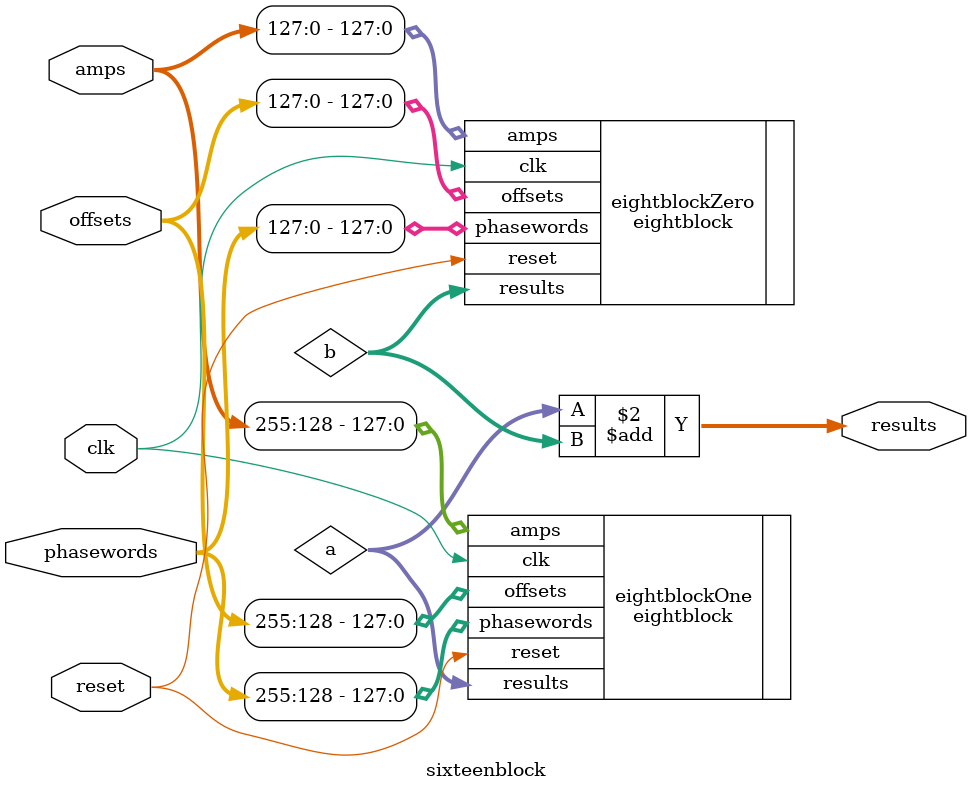
<source format=v>
`timescale 1ns / 1ps
`default_nettype none
module sixteenblock(
    input wire signed [255:0] amps,
    input wire [255:0] offsets,
    input wire [255:0] phasewords,
    input wire clk,
    input wire reset,
    output reg signed [15:0] results
    );

	wire signed [15:0] a, b;

	eightblock eightblockOne(
		.amps(amps[255:128]),
		.offsets(offsets[255:128]),
		.phasewords(phasewords[255:128]),
		.clk(clk),
		.reset(reset),
		.results(a)
	);
	
	eightblock eightblockZero(
		.amps(amps[127:0]),
		.offsets(offsets[127:0]),
		.phasewords(phasewords[127:0]),
		.clk(clk),
		.reset(reset),
		.results(b)
	);
	
	always@(*) begin
		results = a + b;
	end
	
endmodule
</source>
